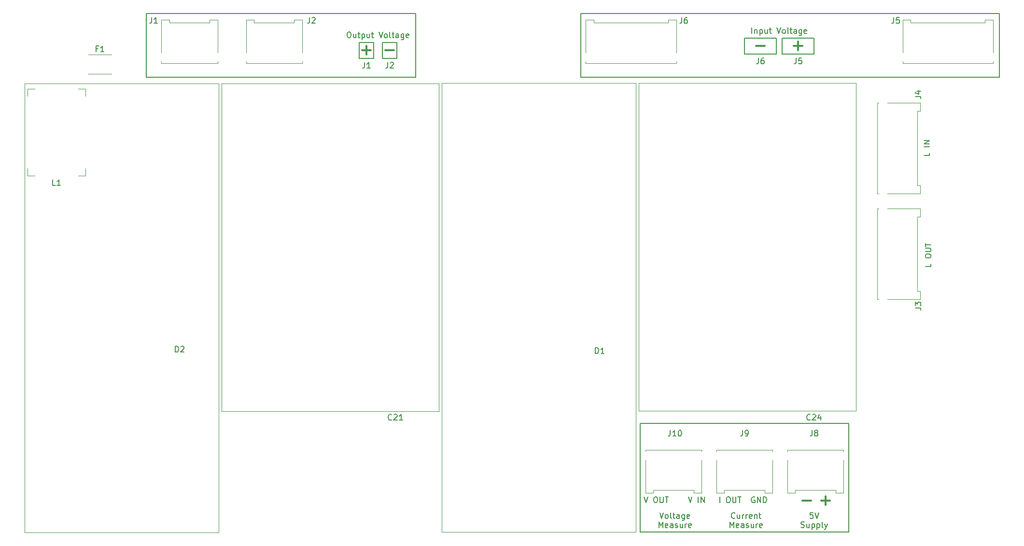
<source format=gbr>
%TF.GenerationSoftware,KiCad,Pcbnew,(6.0.1)*%
%TF.CreationDate,2022-06-01T15:29:14+03:00*%
%TF.ProjectId,Power,506f7765-722e-46b6-9963-61645f706362,rev?*%
%TF.SameCoordinates,Original*%
%TF.FileFunction,Legend,Top*%
%TF.FilePolarity,Positive*%
%FSLAX46Y46*%
G04 Gerber Fmt 4.6, Leading zero omitted, Abs format (unit mm)*
G04 Created by KiCad (PCBNEW (6.0.1)) date 2022-06-01 15:29:14*
%MOMM*%
%LPD*%
G01*
G04 APERTURE LIST*
%ADD10C,0.150000*%
%ADD11C,0.300000*%
%ADD12C,0.120000*%
G04 APERTURE END LIST*
D10*
X161544000Y-50292000D02*
X234950000Y-50292000D01*
X234950000Y-50292000D02*
X234950000Y-61468000D01*
X234950000Y-61468000D02*
X161544000Y-61468000D01*
X161544000Y-61468000D02*
X161544000Y-50292000D01*
X129286000Y-55372000D02*
X126746000Y-55372000D01*
X126746000Y-55372000D02*
X126746000Y-58166000D01*
X126746000Y-58166000D02*
X129286000Y-58166000D01*
X129286000Y-58166000D02*
X129286000Y-55372000D01*
X85344000Y-50292000D02*
X132588000Y-50292000D01*
X132588000Y-50292000D02*
X132588000Y-61468000D01*
X132588000Y-61468000D02*
X85344000Y-61468000D01*
X85344000Y-61468000D02*
X85344000Y-50292000D01*
X190246000Y-54610000D02*
X195834000Y-54610000D01*
X195834000Y-54610000D02*
X195834000Y-57404000D01*
X195834000Y-57404000D02*
X190246000Y-57404000D01*
X190246000Y-57404000D02*
X190246000Y-54610000D01*
X171958000Y-122174000D02*
X208534000Y-122174000D01*
X208534000Y-122174000D02*
X208534000Y-141224000D01*
X208534000Y-141224000D02*
X171958000Y-141224000D01*
X171958000Y-141224000D02*
X171958000Y-122174000D01*
X196850000Y-54610000D02*
X202438000Y-54610000D01*
X202438000Y-54610000D02*
X202438000Y-57404000D01*
X202438000Y-57404000D02*
X196850000Y-57404000D01*
X196850000Y-57404000D02*
X196850000Y-54610000D01*
X125222000Y-55372000D02*
X122682000Y-55372000D01*
X122682000Y-55372000D02*
X122682000Y-58166000D01*
X122682000Y-58166000D02*
X125222000Y-58166000D01*
X125222000Y-58166000D02*
X125222000Y-55372000D01*
D11*
X203708095Y-135778857D02*
X205231904Y-135778857D01*
X204470000Y-136540761D02*
X204470000Y-135016952D01*
D10*
X199310666Y-58126380D02*
X199310666Y-58840666D01*
X199263047Y-58983523D01*
X199167809Y-59078761D01*
X199024952Y-59126380D01*
X198929714Y-59126380D01*
X200263047Y-58126380D02*
X199786857Y-58126380D01*
X199739238Y-58602571D01*
X199786857Y-58554952D01*
X199882095Y-58507333D01*
X200120190Y-58507333D01*
X200215428Y-58554952D01*
X200263047Y-58602571D01*
X200310666Y-58697809D01*
X200310666Y-58935904D01*
X200263047Y-59031142D01*
X200215428Y-59078761D01*
X200120190Y-59126380D01*
X199882095Y-59126380D01*
X199786857Y-59078761D01*
X199739238Y-59031142D01*
X188571428Y-138744142D02*
X188523809Y-138791761D01*
X188380952Y-138839380D01*
X188285714Y-138839380D01*
X188142857Y-138791761D01*
X188047619Y-138696523D01*
X188000000Y-138601285D01*
X187952380Y-138410809D01*
X187952380Y-138267952D01*
X188000000Y-138077476D01*
X188047619Y-137982238D01*
X188142857Y-137887000D01*
X188285714Y-137839380D01*
X188380952Y-137839380D01*
X188523809Y-137887000D01*
X188571428Y-137934619D01*
X189428571Y-138172714D02*
X189428571Y-138839380D01*
X189000000Y-138172714D02*
X189000000Y-138696523D01*
X189047619Y-138791761D01*
X189142857Y-138839380D01*
X189285714Y-138839380D01*
X189380952Y-138791761D01*
X189428571Y-138744142D01*
X189904761Y-138839380D02*
X189904761Y-138172714D01*
X189904761Y-138363190D02*
X189952380Y-138267952D01*
X190000000Y-138220333D01*
X190095238Y-138172714D01*
X190190476Y-138172714D01*
X190523809Y-138839380D02*
X190523809Y-138172714D01*
X190523809Y-138363190D02*
X190571428Y-138267952D01*
X190619047Y-138220333D01*
X190714285Y-138172714D01*
X190809523Y-138172714D01*
X191523809Y-138791761D02*
X191428571Y-138839380D01*
X191238095Y-138839380D01*
X191142857Y-138791761D01*
X191095238Y-138696523D01*
X191095238Y-138315571D01*
X191142857Y-138220333D01*
X191238095Y-138172714D01*
X191428571Y-138172714D01*
X191523809Y-138220333D01*
X191571428Y-138315571D01*
X191571428Y-138410809D01*
X191095238Y-138506047D01*
X192000000Y-138172714D02*
X192000000Y-138839380D01*
X192000000Y-138267952D02*
X192047619Y-138220333D01*
X192142857Y-138172714D01*
X192285714Y-138172714D01*
X192380952Y-138220333D01*
X192428571Y-138315571D01*
X192428571Y-138839380D01*
X192761904Y-138172714D02*
X193142857Y-138172714D01*
X192904761Y-137839380D02*
X192904761Y-138696523D01*
X192952380Y-138791761D01*
X193047619Y-138839380D01*
X193142857Y-138839380D01*
X187690476Y-140449380D02*
X187690476Y-139449380D01*
X188023809Y-140163666D01*
X188357142Y-139449380D01*
X188357142Y-140449380D01*
X189214285Y-140401761D02*
X189119047Y-140449380D01*
X188928571Y-140449380D01*
X188833333Y-140401761D01*
X188785714Y-140306523D01*
X188785714Y-139925571D01*
X188833333Y-139830333D01*
X188928571Y-139782714D01*
X189119047Y-139782714D01*
X189214285Y-139830333D01*
X189261904Y-139925571D01*
X189261904Y-140020809D01*
X188785714Y-140116047D01*
X190119047Y-140449380D02*
X190119047Y-139925571D01*
X190071428Y-139830333D01*
X189976190Y-139782714D01*
X189785714Y-139782714D01*
X189690476Y-139830333D01*
X190119047Y-140401761D02*
X190023809Y-140449380D01*
X189785714Y-140449380D01*
X189690476Y-140401761D01*
X189642857Y-140306523D01*
X189642857Y-140211285D01*
X189690476Y-140116047D01*
X189785714Y-140068428D01*
X190023809Y-140068428D01*
X190119047Y-140020809D01*
X190547619Y-140401761D02*
X190642857Y-140449380D01*
X190833333Y-140449380D01*
X190928571Y-140401761D01*
X190976190Y-140306523D01*
X190976190Y-140258904D01*
X190928571Y-140163666D01*
X190833333Y-140116047D01*
X190690476Y-140116047D01*
X190595238Y-140068428D01*
X190547619Y-139973190D01*
X190547619Y-139925571D01*
X190595238Y-139830333D01*
X190690476Y-139782714D01*
X190833333Y-139782714D01*
X190928571Y-139830333D01*
X191833333Y-139782714D02*
X191833333Y-140449380D01*
X191404761Y-139782714D02*
X191404761Y-140306523D01*
X191452380Y-140401761D01*
X191547619Y-140449380D01*
X191690476Y-140449380D01*
X191785714Y-140401761D01*
X191833333Y-140354142D01*
X192309523Y-140449380D02*
X192309523Y-139782714D01*
X192309523Y-139973190D02*
X192357142Y-139877952D01*
X192404761Y-139830333D01*
X192500000Y-139782714D01*
X192595238Y-139782714D01*
X193309523Y-140401761D02*
X193214285Y-140449380D01*
X193023809Y-140449380D01*
X192928571Y-140401761D01*
X192880952Y-140306523D01*
X192880952Y-139925571D01*
X192928571Y-139830333D01*
X193023809Y-139782714D01*
X193214285Y-139782714D01*
X193309523Y-139830333D01*
X193357142Y-139925571D01*
X193357142Y-140020809D01*
X192880952Y-140116047D01*
X120817333Y-53554380D02*
X121007809Y-53554380D01*
X121103047Y-53602000D01*
X121198285Y-53697238D01*
X121245904Y-53887714D01*
X121245904Y-54221047D01*
X121198285Y-54411523D01*
X121103047Y-54506761D01*
X121007809Y-54554380D01*
X120817333Y-54554380D01*
X120722095Y-54506761D01*
X120626857Y-54411523D01*
X120579238Y-54221047D01*
X120579238Y-53887714D01*
X120626857Y-53697238D01*
X120722095Y-53602000D01*
X120817333Y-53554380D01*
X122103047Y-53887714D02*
X122103047Y-54554380D01*
X121674476Y-53887714D02*
X121674476Y-54411523D01*
X121722095Y-54506761D01*
X121817333Y-54554380D01*
X121960190Y-54554380D01*
X122055428Y-54506761D01*
X122103047Y-54459142D01*
X122436380Y-53887714D02*
X122817333Y-53887714D01*
X122579238Y-53554380D02*
X122579238Y-54411523D01*
X122626857Y-54506761D01*
X122722095Y-54554380D01*
X122817333Y-54554380D01*
X123150666Y-53887714D02*
X123150666Y-54887714D01*
X123150666Y-53935333D02*
X123245904Y-53887714D01*
X123436380Y-53887714D01*
X123531619Y-53935333D01*
X123579238Y-53982952D01*
X123626857Y-54078190D01*
X123626857Y-54363904D01*
X123579238Y-54459142D01*
X123531619Y-54506761D01*
X123436380Y-54554380D01*
X123245904Y-54554380D01*
X123150666Y-54506761D01*
X124484000Y-53887714D02*
X124484000Y-54554380D01*
X124055428Y-53887714D02*
X124055428Y-54411523D01*
X124103047Y-54506761D01*
X124198285Y-54554380D01*
X124341142Y-54554380D01*
X124436380Y-54506761D01*
X124484000Y-54459142D01*
X124817333Y-53887714D02*
X125198285Y-53887714D01*
X124960190Y-53554380D02*
X124960190Y-54411523D01*
X125007809Y-54506761D01*
X125103047Y-54554380D01*
X125198285Y-54554380D01*
X126150666Y-53554380D02*
X126484000Y-54554380D01*
X126817333Y-53554380D01*
X127293523Y-54554380D02*
X127198285Y-54506761D01*
X127150666Y-54459142D01*
X127103047Y-54363904D01*
X127103047Y-54078190D01*
X127150666Y-53982952D01*
X127198285Y-53935333D01*
X127293523Y-53887714D01*
X127436380Y-53887714D01*
X127531619Y-53935333D01*
X127579238Y-53982952D01*
X127626857Y-54078190D01*
X127626857Y-54363904D01*
X127579238Y-54459142D01*
X127531619Y-54506761D01*
X127436380Y-54554380D01*
X127293523Y-54554380D01*
X128198285Y-54554380D02*
X128103047Y-54506761D01*
X128055428Y-54411523D01*
X128055428Y-53554380D01*
X128436380Y-53887714D02*
X128817333Y-53887714D01*
X128579238Y-53554380D02*
X128579238Y-54411523D01*
X128626857Y-54506761D01*
X128722095Y-54554380D01*
X128817333Y-54554380D01*
X129579238Y-54554380D02*
X129579238Y-54030571D01*
X129531619Y-53935333D01*
X129436380Y-53887714D01*
X129245904Y-53887714D01*
X129150666Y-53935333D01*
X129579238Y-54506761D02*
X129484000Y-54554380D01*
X129245904Y-54554380D01*
X129150666Y-54506761D01*
X129103047Y-54411523D01*
X129103047Y-54316285D01*
X129150666Y-54221047D01*
X129245904Y-54173428D01*
X129484000Y-54173428D01*
X129579238Y-54125809D01*
X130484000Y-53887714D02*
X130484000Y-54697238D01*
X130436380Y-54792476D01*
X130388761Y-54840095D01*
X130293523Y-54887714D01*
X130150666Y-54887714D01*
X130055428Y-54840095D01*
X130484000Y-54506761D02*
X130388761Y-54554380D01*
X130198285Y-54554380D01*
X130103047Y-54506761D01*
X130055428Y-54459142D01*
X130007809Y-54363904D01*
X130007809Y-54078190D01*
X130055428Y-53982952D01*
X130103047Y-53935333D01*
X130198285Y-53887714D01*
X130388761Y-53887714D01*
X130484000Y-53935333D01*
X131341142Y-54506761D02*
X131245904Y-54554380D01*
X131055428Y-54554380D01*
X130960190Y-54506761D01*
X130912571Y-54411523D01*
X130912571Y-54030571D01*
X130960190Y-53935333D01*
X131055428Y-53887714D01*
X131245904Y-53887714D01*
X131341142Y-53935333D01*
X131388761Y-54030571D01*
X131388761Y-54125809D01*
X130912571Y-54221047D01*
D11*
X200406095Y-135778857D02*
X201929904Y-135778857D01*
X198882095Y-56022857D02*
X200405904Y-56022857D01*
X199644000Y-56784761D02*
X199644000Y-55260952D01*
X127254095Y-56784857D02*
X128777904Y-56784857D01*
D10*
X222702380Y-74747333D02*
X222702380Y-75223523D01*
X221702380Y-75223523D01*
X222702380Y-73652095D02*
X221702380Y-73652095D01*
X222702380Y-73175904D02*
X221702380Y-73175904D01*
X222702380Y-72604476D01*
X221702380Y-72604476D01*
X191556285Y-53792380D02*
X191556285Y-52792380D01*
X192032476Y-53125714D02*
X192032476Y-53792380D01*
X192032476Y-53220952D02*
X192080095Y-53173333D01*
X192175333Y-53125714D01*
X192318190Y-53125714D01*
X192413428Y-53173333D01*
X192461047Y-53268571D01*
X192461047Y-53792380D01*
X192937238Y-53125714D02*
X192937238Y-54125714D01*
X192937238Y-53173333D02*
X193032476Y-53125714D01*
X193222952Y-53125714D01*
X193318190Y-53173333D01*
X193365809Y-53220952D01*
X193413428Y-53316190D01*
X193413428Y-53601904D01*
X193365809Y-53697142D01*
X193318190Y-53744761D01*
X193222952Y-53792380D01*
X193032476Y-53792380D01*
X192937238Y-53744761D01*
X194270571Y-53125714D02*
X194270571Y-53792380D01*
X193842000Y-53125714D02*
X193842000Y-53649523D01*
X193889619Y-53744761D01*
X193984857Y-53792380D01*
X194127714Y-53792380D01*
X194222952Y-53744761D01*
X194270571Y-53697142D01*
X194603904Y-53125714D02*
X194984857Y-53125714D01*
X194746761Y-52792380D02*
X194746761Y-53649523D01*
X194794380Y-53744761D01*
X194889619Y-53792380D01*
X194984857Y-53792380D01*
X195937238Y-52792380D02*
X196270571Y-53792380D01*
X196603904Y-52792380D01*
X197080095Y-53792380D02*
X196984857Y-53744761D01*
X196937238Y-53697142D01*
X196889619Y-53601904D01*
X196889619Y-53316190D01*
X196937238Y-53220952D01*
X196984857Y-53173333D01*
X197080095Y-53125714D01*
X197222952Y-53125714D01*
X197318190Y-53173333D01*
X197365809Y-53220952D01*
X197413428Y-53316190D01*
X197413428Y-53601904D01*
X197365809Y-53697142D01*
X197318190Y-53744761D01*
X197222952Y-53792380D01*
X197080095Y-53792380D01*
X197984857Y-53792380D02*
X197889619Y-53744761D01*
X197842000Y-53649523D01*
X197842000Y-52792380D01*
X198222952Y-53125714D02*
X198603904Y-53125714D01*
X198365809Y-52792380D02*
X198365809Y-53649523D01*
X198413428Y-53744761D01*
X198508666Y-53792380D01*
X198603904Y-53792380D01*
X199365809Y-53792380D02*
X199365809Y-53268571D01*
X199318190Y-53173333D01*
X199222952Y-53125714D01*
X199032476Y-53125714D01*
X198937238Y-53173333D01*
X199365809Y-53744761D02*
X199270571Y-53792380D01*
X199032476Y-53792380D01*
X198937238Y-53744761D01*
X198889619Y-53649523D01*
X198889619Y-53554285D01*
X198937238Y-53459047D01*
X199032476Y-53411428D01*
X199270571Y-53411428D01*
X199365809Y-53363809D01*
X200270571Y-53125714D02*
X200270571Y-53935238D01*
X200222952Y-54030476D01*
X200175333Y-54078095D01*
X200080095Y-54125714D01*
X199937238Y-54125714D01*
X199842000Y-54078095D01*
X200270571Y-53744761D02*
X200175333Y-53792380D01*
X199984857Y-53792380D01*
X199889619Y-53744761D01*
X199842000Y-53697142D01*
X199794380Y-53601904D01*
X199794380Y-53316190D01*
X199842000Y-53220952D01*
X199889619Y-53173333D01*
X199984857Y-53125714D01*
X200175333Y-53125714D01*
X200270571Y-53173333D01*
X201127714Y-53744761D02*
X201032476Y-53792380D01*
X200842000Y-53792380D01*
X200746761Y-53744761D01*
X200699142Y-53649523D01*
X200699142Y-53268571D01*
X200746761Y-53173333D01*
X200842000Y-53125714D01*
X201032476Y-53125714D01*
X201127714Y-53173333D01*
X201175333Y-53268571D01*
X201175333Y-53363809D01*
X200699142Y-53459047D01*
X123618666Y-58888380D02*
X123618666Y-59602666D01*
X123571047Y-59745523D01*
X123475809Y-59840761D01*
X123332952Y-59888380D01*
X123237714Y-59888380D01*
X124618666Y-59888380D02*
X124047238Y-59888380D01*
X124332952Y-59888380D02*
X124332952Y-58888380D01*
X124237714Y-59031238D01*
X124142476Y-59126476D01*
X124047238Y-59174095D01*
X127682666Y-58888380D02*
X127682666Y-59602666D01*
X127635047Y-59745523D01*
X127539809Y-59840761D01*
X127396952Y-59888380D01*
X127301714Y-59888380D01*
X128111238Y-58983619D02*
X128158857Y-58936000D01*
X128254095Y-58888380D01*
X128492190Y-58888380D01*
X128587428Y-58936000D01*
X128635047Y-58983619D01*
X128682666Y-59078857D01*
X128682666Y-59174095D01*
X128635047Y-59316952D01*
X128063619Y-59888380D01*
X128682666Y-59888380D01*
X172609142Y-135088380D02*
X172942476Y-136088380D01*
X173275809Y-135088380D01*
X174561523Y-135088380D02*
X174752000Y-135088380D01*
X174847238Y-135136000D01*
X174942476Y-135231238D01*
X174990095Y-135421714D01*
X174990095Y-135755047D01*
X174942476Y-135945523D01*
X174847238Y-136040761D01*
X174752000Y-136088380D01*
X174561523Y-136088380D01*
X174466285Y-136040761D01*
X174371047Y-135945523D01*
X174323428Y-135755047D01*
X174323428Y-135421714D01*
X174371047Y-135231238D01*
X174466285Y-135136000D01*
X174561523Y-135088380D01*
X175418666Y-135088380D02*
X175418666Y-135897904D01*
X175466285Y-135993142D01*
X175513904Y-136040761D01*
X175609142Y-136088380D01*
X175799619Y-136088380D01*
X175894857Y-136040761D01*
X175942476Y-135993142D01*
X175990095Y-135897904D01*
X175990095Y-135088380D01*
X176323428Y-135088380D02*
X176894857Y-135088380D01*
X176609142Y-136088380D02*
X176609142Y-135088380D01*
X175387333Y-137839380D02*
X175720666Y-138839380D01*
X176054000Y-137839380D01*
X176530190Y-138839380D02*
X176434952Y-138791761D01*
X176387333Y-138744142D01*
X176339714Y-138648904D01*
X176339714Y-138363190D01*
X176387333Y-138267952D01*
X176434952Y-138220333D01*
X176530190Y-138172714D01*
X176673047Y-138172714D01*
X176768285Y-138220333D01*
X176815904Y-138267952D01*
X176863523Y-138363190D01*
X176863523Y-138648904D01*
X176815904Y-138744142D01*
X176768285Y-138791761D01*
X176673047Y-138839380D01*
X176530190Y-138839380D01*
X177434952Y-138839380D02*
X177339714Y-138791761D01*
X177292095Y-138696523D01*
X177292095Y-137839380D01*
X177673047Y-138172714D02*
X178054000Y-138172714D01*
X177815904Y-137839380D02*
X177815904Y-138696523D01*
X177863523Y-138791761D01*
X177958761Y-138839380D01*
X178054000Y-138839380D01*
X178815904Y-138839380D02*
X178815904Y-138315571D01*
X178768285Y-138220333D01*
X178673047Y-138172714D01*
X178482571Y-138172714D01*
X178387333Y-138220333D01*
X178815904Y-138791761D02*
X178720666Y-138839380D01*
X178482571Y-138839380D01*
X178387333Y-138791761D01*
X178339714Y-138696523D01*
X178339714Y-138601285D01*
X178387333Y-138506047D01*
X178482571Y-138458428D01*
X178720666Y-138458428D01*
X178815904Y-138410809D01*
X179720666Y-138172714D02*
X179720666Y-138982238D01*
X179673047Y-139077476D01*
X179625428Y-139125095D01*
X179530190Y-139172714D01*
X179387333Y-139172714D01*
X179292095Y-139125095D01*
X179720666Y-138791761D02*
X179625428Y-138839380D01*
X179434952Y-138839380D01*
X179339714Y-138791761D01*
X179292095Y-138744142D01*
X179244476Y-138648904D01*
X179244476Y-138363190D01*
X179292095Y-138267952D01*
X179339714Y-138220333D01*
X179434952Y-138172714D01*
X179625428Y-138172714D01*
X179720666Y-138220333D01*
X180577809Y-138791761D02*
X180482571Y-138839380D01*
X180292095Y-138839380D01*
X180196857Y-138791761D01*
X180149238Y-138696523D01*
X180149238Y-138315571D01*
X180196857Y-138220333D01*
X180292095Y-138172714D01*
X180482571Y-138172714D01*
X180577809Y-138220333D01*
X180625428Y-138315571D01*
X180625428Y-138410809D01*
X180149238Y-138506047D01*
X175244476Y-140449380D02*
X175244476Y-139449380D01*
X175577809Y-140163666D01*
X175911142Y-139449380D01*
X175911142Y-140449380D01*
X176768285Y-140401761D02*
X176673047Y-140449380D01*
X176482571Y-140449380D01*
X176387333Y-140401761D01*
X176339714Y-140306523D01*
X176339714Y-139925571D01*
X176387333Y-139830333D01*
X176482571Y-139782714D01*
X176673047Y-139782714D01*
X176768285Y-139830333D01*
X176815904Y-139925571D01*
X176815904Y-140020809D01*
X176339714Y-140116047D01*
X177673047Y-140449380D02*
X177673047Y-139925571D01*
X177625428Y-139830333D01*
X177530190Y-139782714D01*
X177339714Y-139782714D01*
X177244476Y-139830333D01*
X177673047Y-140401761D02*
X177577809Y-140449380D01*
X177339714Y-140449380D01*
X177244476Y-140401761D01*
X177196857Y-140306523D01*
X177196857Y-140211285D01*
X177244476Y-140116047D01*
X177339714Y-140068428D01*
X177577809Y-140068428D01*
X177673047Y-140020809D01*
X178101619Y-140401761D02*
X178196857Y-140449380D01*
X178387333Y-140449380D01*
X178482571Y-140401761D01*
X178530190Y-140306523D01*
X178530190Y-140258904D01*
X178482571Y-140163666D01*
X178387333Y-140116047D01*
X178244476Y-140116047D01*
X178149238Y-140068428D01*
X178101619Y-139973190D01*
X178101619Y-139925571D01*
X178149238Y-139830333D01*
X178244476Y-139782714D01*
X178387333Y-139782714D01*
X178482571Y-139830333D01*
X179387333Y-139782714D02*
X179387333Y-140449380D01*
X178958761Y-139782714D02*
X178958761Y-140306523D01*
X179006380Y-140401761D01*
X179101619Y-140449380D01*
X179244476Y-140449380D01*
X179339714Y-140401761D01*
X179387333Y-140354142D01*
X179863523Y-140449380D02*
X179863523Y-139782714D01*
X179863523Y-139973190D02*
X179911142Y-139877952D01*
X179958761Y-139830333D01*
X180054000Y-139782714D01*
X180149238Y-139782714D01*
X180863523Y-140401761D02*
X180768285Y-140449380D01*
X180577809Y-140449380D01*
X180482571Y-140401761D01*
X180434952Y-140306523D01*
X180434952Y-139925571D01*
X180482571Y-139830333D01*
X180577809Y-139782714D01*
X180768285Y-139782714D01*
X180863523Y-139830333D01*
X180911142Y-139925571D01*
X180911142Y-140020809D01*
X180434952Y-140116047D01*
X185896476Y-136088380D02*
X185896476Y-135088380D01*
X187325047Y-135088380D02*
X187515523Y-135088380D01*
X187610761Y-135136000D01*
X187706000Y-135231238D01*
X187753619Y-135421714D01*
X187753619Y-135755047D01*
X187706000Y-135945523D01*
X187610761Y-136040761D01*
X187515523Y-136088380D01*
X187325047Y-136088380D01*
X187229809Y-136040761D01*
X187134571Y-135945523D01*
X187086952Y-135755047D01*
X187086952Y-135421714D01*
X187134571Y-135231238D01*
X187229809Y-135136000D01*
X187325047Y-135088380D01*
X188182190Y-135088380D02*
X188182190Y-135897904D01*
X188229809Y-135993142D01*
X188277428Y-136040761D01*
X188372666Y-136088380D01*
X188563142Y-136088380D01*
X188658380Y-136040761D01*
X188706000Y-135993142D01*
X188753619Y-135897904D01*
X188753619Y-135088380D01*
X189086952Y-135088380D02*
X189658380Y-135088380D01*
X189372666Y-136088380D02*
X189372666Y-135088380D01*
X192706666Y-58126380D02*
X192706666Y-58840666D01*
X192659047Y-58983523D01*
X192563809Y-59078761D01*
X192420952Y-59126380D01*
X192325714Y-59126380D01*
X193611428Y-58126380D02*
X193420952Y-58126380D01*
X193325714Y-58174000D01*
X193278095Y-58221619D01*
X193182857Y-58364476D01*
X193135238Y-58554952D01*
X193135238Y-58935904D01*
X193182857Y-59031142D01*
X193230476Y-59078761D01*
X193325714Y-59126380D01*
X193516190Y-59126380D01*
X193611428Y-59078761D01*
X193659047Y-59031142D01*
X193706666Y-58935904D01*
X193706666Y-58697809D01*
X193659047Y-58602571D01*
X193611428Y-58554952D01*
X193516190Y-58507333D01*
X193325714Y-58507333D01*
X193230476Y-58554952D01*
X193182857Y-58602571D01*
X193135238Y-58697809D01*
D11*
X192278095Y-56022857D02*
X193801904Y-56022857D01*
X123190095Y-56784857D02*
X124713904Y-56784857D01*
X123952000Y-57546761D02*
X123952000Y-56022952D01*
D10*
X202247523Y-137839380D02*
X201771333Y-137839380D01*
X201723714Y-138315571D01*
X201771333Y-138267952D01*
X201866571Y-138220333D01*
X202104666Y-138220333D01*
X202199904Y-138267952D01*
X202247523Y-138315571D01*
X202295142Y-138410809D01*
X202295142Y-138648904D01*
X202247523Y-138744142D01*
X202199904Y-138791761D01*
X202104666Y-138839380D01*
X201866571Y-138839380D01*
X201771333Y-138791761D01*
X201723714Y-138744142D01*
X202580857Y-137839380D02*
X202914190Y-138839380D01*
X203247523Y-137839380D01*
X200152285Y-140401761D02*
X200295142Y-140449380D01*
X200533238Y-140449380D01*
X200628476Y-140401761D01*
X200676095Y-140354142D01*
X200723714Y-140258904D01*
X200723714Y-140163666D01*
X200676095Y-140068428D01*
X200628476Y-140020809D01*
X200533238Y-139973190D01*
X200342761Y-139925571D01*
X200247523Y-139877952D01*
X200199904Y-139830333D01*
X200152285Y-139735095D01*
X200152285Y-139639857D01*
X200199904Y-139544619D01*
X200247523Y-139497000D01*
X200342761Y-139449380D01*
X200580857Y-139449380D01*
X200723714Y-139497000D01*
X201580857Y-139782714D02*
X201580857Y-140449380D01*
X201152285Y-139782714D02*
X201152285Y-140306523D01*
X201199904Y-140401761D01*
X201295142Y-140449380D01*
X201438000Y-140449380D01*
X201533238Y-140401761D01*
X201580857Y-140354142D01*
X202057047Y-139782714D02*
X202057047Y-140782714D01*
X202057047Y-139830333D02*
X202152285Y-139782714D01*
X202342761Y-139782714D01*
X202438000Y-139830333D01*
X202485619Y-139877952D01*
X202533238Y-139973190D01*
X202533238Y-140258904D01*
X202485619Y-140354142D01*
X202438000Y-140401761D01*
X202342761Y-140449380D01*
X202152285Y-140449380D01*
X202057047Y-140401761D01*
X202961809Y-139782714D02*
X202961809Y-140782714D01*
X202961809Y-139830333D02*
X203057047Y-139782714D01*
X203247523Y-139782714D01*
X203342761Y-139830333D01*
X203390380Y-139877952D01*
X203438000Y-139973190D01*
X203438000Y-140258904D01*
X203390380Y-140354142D01*
X203342761Y-140401761D01*
X203247523Y-140449380D01*
X203057047Y-140449380D01*
X202961809Y-140401761D01*
X204009428Y-140449380D02*
X203914190Y-140401761D01*
X203866571Y-140306523D01*
X203866571Y-139449380D01*
X204295142Y-139782714D02*
X204533238Y-140449380D01*
X204771333Y-139782714D02*
X204533238Y-140449380D01*
X204438000Y-140687476D01*
X204390380Y-140735095D01*
X204295142Y-140782714D01*
X180387809Y-135088380D02*
X180721142Y-136088380D01*
X181054476Y-135088380D01*
X182149714Y-136088380D02*
X182149714Y-135088380D01*
X182625904Y-136088380D02*
X182625904Y-135088380D01*
X183197333Y-136088380D01*
X183197333Y-135088380D01*
X192024095Y-135136000D02*
X191928857Y-135088380D01*
X191786000Y-135088380D01*
X191643142Y-135136000D01*
X191547904Y-135231238D01*
X191500285Y-135326476D01*
X191452666Y-135516952D01*
X191452666Y-135659809D01*
X191500285Y-135850285D01*
X191547904Y-135945523D01*
X191643142Y-136040761D01*
X191786000Y-136088380D01*
X191881238Y-136088380D01*
X192024095Y-136040761D01*
X192071714Y-135993142D01*
X192071714Y-135659809D01*
X191881238Y-135659809D01*
X192500285Y-136088380D02*
X192500285Y-135088380D01*
X193071714Y-136088380D01*
X193071714Y-135088380D01*
X193547904Y-136088380D02*
X193547904Y-135088380D01*
X193786000Y-135088380D01*
X193928857Y-135136000D01*
X194024095Y-135231238D01*
X194071714Y-135326476D01*
X194119333Y-135516952D01*
X194119333Y-135659809D01*
X194071714Y-135850285D01*
X194024095Y-135945523D01*
X193928857Y-136040761D01*
X193786000Y-136088380D01*
X193547904Y-136088380D01*
X222956380Y-94210000D02*
X222956380Y-94686190D01*
X221956380Y-94686190D01*
X221956380Y-92924285D02*
X221956380Y-92733809D01*
X222004000Y-92638571D01*
X222099238Y-92543333D01*
X222289714Y-92495714D01*
X222623047Y-92495714D01*
X222813523Y-92543333D01*
X222908761Y-92638571D01*
X222956380Y-92733809D01*
X222956380Y-92924285D01*
X222908761Y-93019523D01*
X222813523Y-93114761D01*
X222623047Y-93162380D01*
X222289714Y-93162380D01*
X222099238Y-93114761D01*
X222004000Y-93019523D01*
X221956380Y-92924285D01*
X221956380Y-92067142D02*
X222765904Y-92067142D01*
X222861142Y-92019523D01*
X222908761Y-91971904D01*
X222956380Y-91876666D01*
X222956380Y-91686190D01*
X222908761Y-91590952D01*
X222861142Y-91543333D01*
X222765904Y-91495714D01*
X221956380Y-91495714D01*
X221956380Y-91162380D02*
X221956380Y-90590952D01*
X222956380Y-90876666D02*
X221956380Y-90876666D01*
%TO.C,J3*%
X220178380Y-101933333D02*
X220892666Y-101933333D01*
X221035523Y-101980952D01*
X221130761Y-102076190D01*
X221178380Y-102219047D01*
X221178380Y-102314285D01*
X220178380Y-101552380D02*
X220178380Y-100933333D01*
X220559333Y-101266666D01*
X220559333Y-101123809D01*
X220606952Y-101028571D01*
X220654571Y-100980952D01*
X220749809Y-100933333D01*
X220987904Y-100933333D01*
X221083142Y-100980952D01*
X221130761Y-101028571D01*
X221178380Y-101123809D01*
X221178380Y-101409523D01*
X221130761Y-101504761D01*
X221083142Y-101552380D01*
%TO.C,J9*%
X189912666Y-123404380D02*
X189912666Y-124118666D01*
X189865047Y-124261523D01*
X189769809Y-124356761D01*
X189626952Y-124404380D01*
X189531714Y-124404380D01*
X190436476Y-124404380D02*
X190626952Y-124404380D01*
X190722190Y-124356761D01*
X190769809Y-124309142D01*
X190865047Y-124166285D01*
X190912666Y-123975809D01*
X190912666Y-123594857D01*
X190865047Y-123499619D01*
X190817428Y-123452000D01*
X190722190Y-123404380D01*
X190531714Y-123404380D01*
X190436476Y-123452000D01*
X190388857Y-123499619D01*
X190341238Y-123594857D01*
X190341238Y-123832952D01*
X190388857Y-123928190D01*
X190436476Y-123975809D01*
X190531714Y-124023428D01*
X190722190Y-124023428D01*
X190817428Y-123975809D01*
X190865047Y-123928190D01*
X190912666Y-123832952D01*
%TO.C,L1*%
X69429333Y-80462380D02*
X68953142Y-80462380D01*
X68953142Y-79462380D01*
X70286476Y-80462380D02*
X69715047Y-80462380D01*
X70000761Y-80462380D02*
X70000761Y-79462380D01*
X69905523Y-79605238D01*
X69810285Y-79700476D01*
X69715047Y-79748095D01*
%TO.C,J10*%
X177244476Y-123404380D02*
X177244476Y-124118666D01*
X177196857Y-124261523D01*
X177101619Y-124356761D01*
X176958761Y-124404380D01*
X176863523Y-124404380D01*
X178244476Y-124404380D02*
X177673047Y-124404380D01*
X177958761Y-124404380D02*
X177958761Y-123404380D01*
X177863523Y-123547238D01*
X177768285Y-123642476D01*
X177673047Y-123690095D01*
X178863523Y-123404380D02*
X178958761Y-123404380D01*
X179054000Y-123452000D01*
X179101619Y-123499619D01*
X179149238Y-123594857D01*
X179196857Y-123785333D01*
X179196857Y-124023428D01*
X179149238Y-124213904D01*
X179101619Y-124309142D01*
X179054000Y-124356761D01*
X178958761Y-124404380D01*
X178863523Y-124404380D01*
X178768285Y-124356761D01*
X178720666Y-124309142D01*
X178673047Y-124213904D01*
X178625428Y-124023428D01*
X178625428Y-123785333D01*
X178673047Y-123594857D01*
X178720666Y-123499619D01*
X178768285Y-123452000D01*
X178863523Y-123404380D01*
%TO.C,D2*%
X90447904Y-109672380D02*
X90447904Y-108672380D01*
X90686000Y-108672380D01*
X90828857Y-108720000D01*
X90924095Y-108815238D01*
X90971714Y-108910476D01*
X91019333Y-109100952D01*
X91019333Y-109243809D01*
X90971714Y-109434285D01*
X90924095Y-109529523D01*
X90828857Y-109624761D01*
X90686000Y-109672380D01*
X90447904Y-109672380D01*
X91400285Y-108767619D02*
X91447904Y-108720000D01*
X91543142Y-108672380D01*
X91781238Y-108672380D01*
X91876476Y-108720000D01*
X91924095Y-108767619D01*
X91971714Y-108862857D01*
X91971714Y-108958095D01*
X91924095Y-109100952D01*
X91352666Y-109672380D01*
X91971714Y-109672380D01*
%TO.C,F1*%
X76882666Y-56490571D02*
X76549333Y-56490571D01*
X76549333Y-57014380D02*
X76549333Y-56014380D01*
X77025523Y-56014380D01*
X77930285Y-57014380D02*
X77358857Y-57014380D01*
X77644571Y-57014380D02*
X77644571Y-56014380D01*
X77549333Y-56157238D01*
X77454095Y-56252476D01*
X77358857Y-56300095D01*
%TO.C,C24*%
X201795142Y-121515142D02*
X201747523Y-121562761D01*
X201604666Y-121610380D01*
X201509428Y-121610380D01*
X201366571Y-121562761D01*
X201271333Y-121467523D01*
X201223714Y-121372285D01*
X201176095Y-121181809D01*
X201176095Y-121038952D01*
X201223714Y-120848476D01*
X201271333Y-120753238D01*
X201366571Y-120658000D01*
X201509428Y-120610380D01*
X201604666Y-120610380D01*
X201747523Y-120658000D01*
X201795142Y-120705619D01*
X202176095Y-120705619D02*
X202223714Y-120658000D01*
X202318952Y-120610380D01*
X202557047Y-120610380D01*
X202652285Y-120658000D01*
X202699904Y-120705619D01*
X202747523Y-120800857D01*
X202747523Y-120896095D01*
X202699904Y-121038952D01*
X202128476Y-121610380D01*
X202747523Y-121610380D01*
X203604666Y-120943714D02*
X203604666Y-121610380D01*
X203366571Y-120562761D02*
X203128476Y-121277047D01*
X203747523Y-121277047D01*
%TO.C,J1*%
X86280666Y-51014380D02*
X86280666Y-51728666D01*
X86233047Y-51871523D01*
X86137809Y-51966761D01*
X85994952Y-52014380D01*
X85899714Y-52014380D01*
X87280666Y-52014380D02*
X86709238Y-52014380D01*
X86994952Y-52014380D02*
X86994952Y-51014380D01*
X86899714Y-51157238D01*
X86804476Y-51252476D01*
X86709238Y-51300095D01*
%TO.C,J6*%
X179244666Y-51014380D02*
X179244666Y-51728666D01*
X179197047Y-51871523D01*
X179101809Y-51966761D01*
X178958952Y-52014380D01*
X178863714Y-52014380D01*
X180149428Y-51014380D02*
X179958952Y-51014380D01*
X179863714Y-51062000D01*
X179816095Y-51109619D01*
X179720857Y-51252476D01*
X179673238Y-51442952D01*
X179673238Y-51823904D01*
X179720857Y-51919142D01*
X179768476Y-51966761D01*
X179863714Y-52014380D01*
X180054190Y-52014380D01*
X180149428Y-51966761D01*
X180197047Y-51919142D01*
X180244666Y-51823904D01*
X180244666Y-51585809D01*
X180197047Y-51490571D01*
X180149428Y-51442952D01*
X180054190Y-51395333D01*
X179863714Y-51395333D01*
X179768476Y-51442952D01*
X179720857Y-51490571D01*
X179673238Y-51585809D01*
%TO.C,J8*%
X202104666Y-123404380D02*
X202104666Y-124118666D01*
X202057047Y-124261523D01*
X201961809Y-124356761D01*
X201818952Y-124404380D01*
X201723714Y-124404380D01*
X202723714Y-123832952D02*
X202628476Y-123785333D01*
X202580857Y-123737714D01*
X202533238Y-123642476D01*
X202533238Y-123594857D01*
X202580857Y-123499619D01*
X202628476Y-123452000D01*
X202723714Y-123404380D01*
X202914190Y-123404380D01*
X203009428Y-123452000D01*
X203057047Y-123499619D01*
X203104666Y-123594857D01*
X203104666Y-123642476D01*
X203057047Y-123737714D01*
X203009428Y-123785333D01*
X202914190Y-123832952D01*
X202723714Y-123832952D01*
X202628476Y-123880571D01*
X202580857Y-123928190D01*
X202533238Y-124023428D01*
X202533238Y-124213904D01*
X202580857Y-124309142D01*
X202628476Y-124356761D01*
X202723714Y-124404380D01*
X202914190Y-124404380D01*
X203009428Y-124356761D01*
X203057047Y-124309142D01*
X203104666Y-124213904D01*
X203104666Y-124023428D01*
X203057047Y-123928190D01*
X203009428Y-123880571D01*
X202914190Y-123832952D01*
%TO.C,C21*%
X128389142Y-121515142D02*
X128341523Y-121562761D01*
X128198666Y-121610380D01*
X128103428Y-121610380D01*
X127960571Y-121562761D01*
X127865333Y-121467523D01*
X127817714Y-121372285D01*
X127770095Y-121181809D01*
X127770095Y-121038952D01*
X127817714Y-120848476D01*
X127865333Y-120753238D01*
X127960571Y-120658000D01*
X128103428Y-120610380D01*
X128198666Y-120610380D01*
X128341523Y-120658000D01*
X128389142Y-120705619D01*
X128770095Y-120705619D02*
X128817714Y-120658000D01*
X128912952Y-120610380D01*
X129151047Y-120610380D01*
X129246285Y-120658000D01*
X129293904Y-120705619D01*
X129341523Y-120800857D01*
X129341523Y-120896095D01*
X129293904Y-121038952D01*
X128722476Y-121610380D01*
X129341523Y-121610380D01*
X130293904Y-121610380D02*
X129722476Y-121610380D01*
X130008190Y-121610380D02*
X130008190Y-120610380D01*
X129912952Y-120753238D01*
X129817714Y-120848476D01*
X129722476Y-120896095D01*
%TO.C,J4*%
X220178380Y-64849333D02*
X220892666Y-64849333D01*
X221035523Y-64896952D01*
X221130761Y-64992190D01*
X221178380Y-65135047D01*
X221178380Y-65230285D01*
X220511714Y-63944571D02*
X221178380Y-63944571D01*
X220130761Y-64182666D02*
X220845047Y-64420761D01*
X220845047Y-63801714D01*
%TO.C,D1*%
X164107904Y-109926380D02*
X164107904Y-108926380D01*
X164346000Y-108926380D01*
X164488857Y-108974000D01*
X164584095Y-109069238D01*
X164631714Y-109164476D01*
X164679333Y-109354952D01*
X164679333Y-109497809D01*
X164631714Y-109688285D01*
X164584095Y-109783523D01*
X164488857Y-109878761D01*
X164346000Y-109926380D01*
X164107904Y-109926380D01*
X165631714Y-109926380D02*
X165060285Y-109926380D01*
X165346000Y-109926380D02*
X165346000Y-108926380D01*
X165250761Y-109069238D01*
X165155523Y-109164476D01*
X165060285Y-109212095D01*
%TO.C,J5*%
X216436666Y-51014380D02*
X216436666Y-51728666D01*
X216389047Y-51871523D01*
X216293809Y-51966761D01*
X216150952Y-52014380D01*
X216055714Y-52014380D01*
X217389047Y-51014380D02*
X216912857Y-51014380D01*
X216865238Y-51490571D01*
X216912857Y-51442952D01*
X217008095Y-51395333D01*
X217246190Y-51395333D01*
X217341428Y-51442952D01*
X217389047Y-51490571D01*
X217436666Y-51585809D01*
X217436666Y-51823904D01*
X217389047Y-51919142D01*
X217341428Y-51966761D01*
X217246190Y-52014380D01*
X217008095Y-52014380D01*
X216912857Y-51966761D01*
X216865238Y-51919142D01*
%TO.C,J2*%
X113966666Y-51014380D02*
X113966666Y-51728666D01*
X113919047Y-51871523D01*
X113823809Y-51966761D01*
X113680952Y-52014380D01*
X113585714Y-52014380D01*
X114395238Y-51109619D02*
X114442857Y-51062000D01*
X114538095Y-51014380D01*
X114776190Y-51014380D01*
X114871428Y-51062000D01*
X114919047Y-51109619D01*
X114966666Y-51204857D01*
X114966666Y-51300095D01*
X114919047Y-51442952D01*
X114347619Y-52014380D01*
X114966666Y-52014380D01*
D12*
%TO.C,J3*%
X221080000Y-100391000D02*
X215320000Y-100391000D01*
X213490000Y-84521000D02*
X213490000Y-100391000D01*
X213800000Y-84521000D02*
X213490000Y-84521000D01*
X221080000Y-98971000D02*
X221080000Y-100391000D01*
X215320000Y-84521000D02*
X221080000Y-84521000D01*
X220580000Y-98971000D02*
X221080000Y-98971000D01*
X221080000Y-84521000D02*
X221080000Y-85941000D01*
X220580000Y-85941000D02*
X220580000Y-98971000D01*
X213490000Y-100391000D02*
X213800000Y-100391000D01*
X221080000Y-85941000D02*
X220580000Y-85941000D01*
%TO.C,J9*%
X185311000Y-134406000D02*
X185311000Y-128646000D01*
X195181000Y-128646000D02*
X195181000Y-134406000D01*
X193761000Y-134406000D02*
X193761000Y-133906000D01*
X186731000Y-133906000D02*
X186731000Y-134406000D01*
X186731000Y-134406000D02*
X185311000Y-134406000D01*
X195181000Y-134406000D02*
X193761000Y-134406000D01*
X193761000Y-133906000D02*
X186731000Y-133906000D01*
X185311000Y-126816000D02*
X185311000Y-127126000D01*
X195181000Y-127126000D02*
X195181000Y-126816000D01*
X195181000Y-126816000D02*
X185311000Y-126816000D01*
%TO.C,L1*%
X74676000Y-78740000D02*
X74676000Y-77470000D01*
X64516000Y-63500000D02*
X65786000Y-63500000D01*
X74676000Y-63500000D02*
X73406000Y-63500000D01*
X74676000Y-64770000D02*
X74676000Y-63500000D01*
X64516000Y-64770000D02*
X64516000Y-63500000D01*
X64516000Y-77470000D02*
X64516000Y-78740000D01*
X64516000Y-78740000D02*
X65786000Y-78740000D01*
X73406000Y-78740000D02*
X74676000Y-78740000D01*
%TO.C,J10*%
X172865000Y-134406000D02*
X172865000Y-128646000D01*
X174285000Y-133906000D02*
X174285000Y-134406000D01*
X174285000Y-134406000D02*
X172865000Y-134406000D01*
X182735000Y-134406000D02*
X181315000Y-134406000D01*
X182735000Y-128646000D02*
X182735000Y-134406000D01*
X181315000Y-133906000D02*
X174285000Y-133906000D01*
X182735000Y-126816000D02*
X172865000Y-126816000D01*
X172865000Y-126816000D02*
X172865000Y-127126000D01*
X181315000Y-134406000D02*
X181315000Y-133906000D01*
X182735000Y-127126000D02*
X182735000Y-126816000D01*
%TO.C,D2*%
X64026000Y-62596000D02*
X98026000Y-62596000D01*
X98026000Y-62596000D02*
X98026000Y-141356000D01*
X98026000Y-141356000D02*
X64026000Y-141356000D01*
X64026000Y-141356000D02*
X64026000Y-62596000D01*
%TO.C,F1*%
X75163936Y-60892000D02*
X79268064Y-60892000D01*
X75163936Y-57472000D02*
X79268064Y-57472000D01*
%TO.C,C24*%
X171744000Y-62531000D02*
X209764000Y-62531000D01*
X209764000Y-62531000D02*
X209764000Y-120031000D01*
X209764000Y-120031000D02*
X171744000Y-120031000D01*
X171744000Y-120031000D02*
X171744000Y-62531000D01*
%TO.C,J1*%
X88005000Y-59010000D02*
X97875000Y-59010000D01*
X88005000Y-58700000D02*
X88005000Y-59010000D01*
X96455000Y-51420000D02*
X97875000Y-51420000D01*
X97875000Y-59010000D02*
X97875000Y-58700000D01*
X96455000Y-51920000D02*
X96455000Y-51420000D01*
X88005000Y-57180000D02*
X88005000Y-51420000D01*
X89425000Y-51420000D02*
X89425000Y-51920000D01*
X88005000Y-51420000D02*
X89425000Y-51420000D01*
X89425000Y-51920000D02*
X96455000Y-51920000D01*
X97875000Y-51420000D02*
X97875000Y-57180000D01*
%TO.C,J6*%
X162405000Y-59010000D02*
X178275000Y-59010000D01*
X162405000Y-57180000D02*
X162405000Y-51420000D01*
X178275000Y-59010000D02*
X178275000Y-58700000D01*
X176855000Y-51920000D02*
X176855000Y-51420000D01*
X163825000Y-51920000D02*
X176855000Y-51920000D01*
X178275000Y-51420000D02*
X178275000Y-57180000D01*
X162405000Y-58700000D02*
X162405000Y-59010000D01*
X163825000Y-51420000D02*
X163825000Y-51920000D01*
X176855000Y-51420000D02*
X178275000Y-51420000D01*
X162405000Y-51420000D02*
X163825000Y-51420000D01*
%TO.C,J8*%
X199177000Y-133906000D02*
X199177000Y-134406000D01*
X199177000Y-134406000D02*
X197757000Y-134406000D01*
X207627000Y-128646000D02*
X207627000Y-134406000D01*
X206207000Y-134406000D02*
X206207000Y-133906000D01*
X197757000Y-126816000D02*
X197757000Y-127126000D01*
X207627000Y-127126000D02*
X207627000Y-126816000D01*
X206207000Y-133906000D02*
X199177000Y-133906000D01*
X207627000Y-126816000D02*
X197757000Y-126816000D01*
X207627000Y-134406000D02*
X206207000Y-134406000D01*
X197757000Y-134406000D02*
X197757000Y-128646000D01*
%TO.C,C21*%
X136612000Y-120095000D02*
X98592000Y-120095000D01*
X98592000Y-120095000D02*
X98592000Y-62595000D01*
X98592000Y-62595000D02*
X136612000Y-62595000D01*
X136612000Y-62595000D02*
X136612000Y-120095000D01*
%TO.C,J4*%
X220580000Y-80429000D02*
X221080000Y-80429000D01*
X221080000Y-67399000D02*
X220580000Y-67399000D01*
X221080000Y-81849000D02*
X215320000Y-81849000D01*
X215320000Y-65979000D02*
X221080000Y-65979000D01*
X221080000Y-80429000D02*
X221080000Y-81849000D01*
X220580000Y-67399000D02*
X220580000Y-80429000D01*
X213800000Y-65979000D02*
X213490000Y-65979000D01*
X213490000Y-65979000D02*
X213490000Y-81849000D01*
X213490000Y-81849000D02*
X213800000Y-81849000D01*
X221080000Y-65979000D02*
X221080000Y-67399000D01*
%TO.C,D1*%
X137178000Y-62474000D02*
X171178000Y-62474000D01*
X171178000Y-62474000D02*
X171178000Y-141234000D01*
X171178000Y-141234000D02*
X137178000Y-141234000D01*
X137178000Y-141234000D02*
X137178000Y-62474000D01*
%TO.C,J5*%
X233849000Y-59010000D02*
X233849000Y-58700000D01*
X219399000Y-51920000D02*
X232429000Y-51920000D01*
X232429000Y-51920000D02*
X232429000Y-51420000D01*
X217979000Y-59010000D02*
X233849000Y-59010000D01*
X217979000Y-51420000D02*
X219399000Y-51420000D01*
X219399000Y-51420000D02*
X219399000Y-51920000D01*
X233849000Y-51420000D02*
X233849000Y-57180000D01*
X217979000Y-58700000D02*
X217979000Y-59010000D01*
X217979000Y-57180000D02*
X217979000Y-51420000D01*
X232429000Y-51420000D02*
X233849000Y-51420000D01*
%TO.C,J2*%
X104247000Y-51420000D02*
X104247000Y-51920000D01*
X111277000Y-51920000D02*
X111277000Y-51420000D01*
X112697000Y-59010000D02*
X112697000Y-58700000D01*
X111277000Y-51420000D02*
X112697000Y-51420000D01*
X102827000Y-58700000D02*
X102827000Y-59010000D01*
X102827000Y-57180000D02*
X102827000Y-51420000D01*
X102827000Y-59010000D02*
X112697000Y-59010000D01*
X102827000Y-51420000D02*
X104247000Y-51420000D01*
X104247000Y-51920000D02*
X111277000Y-51920000D01*
X112697000Y-51420000D02*
X112697000Y-57180000D01*
%TD*%
M02*

</source>
